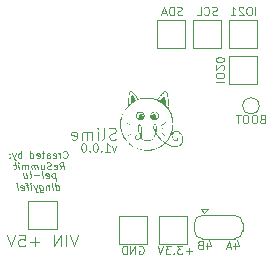
<source format=gbr>
%TF.GenerationSoftware,KiCad,Pcbnew,8.0.6-8.0.6-0~ubuntu24.04.1*%
%TF.CreationDate,2024-11-07T17:00:29-08:00*%
%TF.ProjectId,uSlime,75536c69-6d65-42e6-9b69-6361645f7063,rev?*%
%TF.SameCoordinates,Original*%
%TF.FileFunction,Legend,Bot*%
%TF.FilePolarity,Positive*%
%FSLAX46Y46*%
G04 Gerber Fmt 4.6, Leading zero omitted, Abs format (unit mm)*
G04 Created by KiCad (PCBNEW 8.0.6-8.0.6-0~ubuntu24.04.1) date 2024-11-07 17:00:29*
%MOMM*%
%LPD*%
G01*
G04 APERTURE LIST*
G04 Aperture macros list*
%AMFreePoly0*
4,1,19,0.550000,-0.750000,0.000000,-0.750000,0.000000,-0.744911,-0.071157,-0.744911,-0.207708,-0.704816,-0.327430,-0.627875,-0.420627,-0.520320,-0.479746,-0.390866,-0.500000,-0.250000,-0.500000,0.250000,-0.479746,0.390866,-0.420627,0.520320,-0.327430,0.627875,-0.207708,0.704816,-0.071157,0.744911,0.000000,0.744911,0.000000,0.750000,0.550000,0.750000,0.550000,-0.750000,0.550000,-0.750000,
$1*%
%AMFreePoly1*
4,1,19,0.000000,0.744911,0.071157,0.744911,0.207708,0.704816,0.327430,0.627875,0.420627,0.520320,0.479746,0.390866,0.500000,0.250000,0.500000,-0.250000,0.479746,-0.390866,0.420627,-0.520320,0.327430,-0.627875,0.207708,-0.704816,0.071157,-0.744911,0.000000,-0.744911,0.000000,-0.750000,-0.550000,-0.750000,-0.550000,0.750000,0.000000,0.750000,0.000000,0.744911,0.000000,0.744911,
$1*%
G04 Aperture macros list end*
%ADD10C,0.100000*%
%ADD11C,0.120000*%
%ADD12C,0.000000*%
%ADD13C,1.200000*%
%ADD14C,0.650000*%
%ADD15O,1.000000X2.100000*%
%ADD16O,1.000000X1.800000*%
%ADD17C,3.100000*%
%ADD18C,0.900000*%
%ADD19C,0.800000*%
%ADD20C,1.000000*%
%ADD21R,2.000000X2.000000*%
%ADD22FreePoly0,0.000000*%
%ADD23R,1.000000X1.500000*%
%ADD24FreePoly1,0.000000*%
G04 APERTURE END LIST*
D10*
X6653570Y-16623371D02*
X6578570Y-16023371D01*
X6649999Y-16594800D02*
X6710713Y-16623371D01*
X6710713Y-16623371D02*
X6824999Y-16623371D01*
X6824999Y-16623371D02*
X6878570Y-16594800D01*
X6878570Y-16594800D02*
X6903570Y-16566228D01*
X6903570Y-16566228D02*
X6924999Y-16509085D01*
X6924999Y-16509085D02*
X6903570Y-16337657D01*
X6903570Y-16337657D02*
X6867856Y-16280514D01*
X6867856Y-16280514D02*
X6835713Y-16251942D01*
X6835713Y-16251942D02*
X6774999Y-16223371D01*
X6774999Y-16223371D02*
X6660713Y-16223371D01*
X6660713Y-16223371D02*
X6607141Y-16251942D01*
X6367856Y-16623371D02*
X6317856Y-16223371D01*
X6292856Y-16023371D02*
X6324999Y-16051942D01*
X6324999Y-16051942D02*
X6299999Y-16080514D01*
X6299999Y-16080514D02*
X6267856Y-16051942D01*
X6267856Y-16051942D02*
X6292856Y-16023371D01*
X6292856Y-16023371D02*
X6299999Y-16080514D01*
X6032142Y-16223371D02*
X6082142Y-16623371D01*
X6039285Y-16280514D02*
X6007142Y-16251942D01*
X6007142Y-16251942D02*
X5946428Y-16223371D01*
X5946428Y-16223371D02*
X5860713Y-16223371D01*
X5860713Y-16223371D02*
X5807142Y-16251942D01*
X5807142Y-16251942D02*
X5785713Y-16309085D01*
X5785713Y-16309085D02*
X5824999Y-16623371D01*
X5232142Y-16223371D02*
X5292856Y-16709085D01*
X5292856Y-16709085D02*
X5328571Y-16766228D01*
X5328571Y-16766228D02*
X5360713Y-16794800D01*
X5360713Y-16794800D02*
X5421428Y-16823371D01*
X5421428Y-16823371D02*
X5507142Y-16823371D01*
X5507142Y-16823371D02*
X5560713Y-16794800D01*
X5278571Y-16594800D02*
X5339285Y-16623371D01*
X5339285Y-16623371D02*
X5453571Y-16623371D01*
X5453571Y-16623371D02*
X5507142Y-16594800D01*
X5507142Y-16594800D02*
X5532142Y-16566228D01*
X5532142Y-16566228D02*
X5553571Y-16509085D01*
X5553571Y-16509085D02*
X5532142Y-16337657D01*
X5532142Y-16337657D02*
X5496428Y-16280514D01*
X5496428Y-16280514D02*
X5464285Y-16251942D01*
X5464285Y-16251942D02*
X5403571Y-16223371D01*
X5403571Y-16223371D02*
X5289285Y-16223371D01*
X5289285Y-16223371D02*
X5235713Y-16251942D01*
X5003571Y-16223371D02*
X4910714Y-16623371D01*
X4717856Y-16223371D02*
X4910714Y-16623371D01*
X4910714Y-16623371D02*
X4985714Y-16766228D01*
X4985714Y-16766228D02*
X5017856Y-16794800D01*
X5017856Y-16794800D02*
X5078571Y-16823371D01*
X4539285Y-16623371D02*
X4489285Y-16223371D01*
X4464285Y-16023371D02*
X4496428Y-16051942D01*
X4496428Y-16051942D02*
X4471428Y-16080514D01*
X4471428Y-16080514D02*
X4439285Y-16051942D01*
X4439285Y-16051942D02*
X4464285Y-16023371D01*
X4464285Y-16023371D02*
X4471428Y-16080514D01*
X4289285Y-16223371D02*
X4060714Y-16223371D01*
X4253571Y-16623371D02*
X4189285Y-16109085D01*
X4189285Y-16109085D02*
X4153571Y-16051942D01*
X4153571Y-16051942D02*
X4092857Y-16023371D01*
X4092857Y-16023371D02*
X4035714Y-16023371D01*
X3678571Y-16594800D02*
X3739285Y-16623371D01*
X3739285Y-16623371D02*
X3853571Y-16623371D01*
X3853571Y-16623371D02*
X3907142Y-16594800D01*
X3907142Y-16594800D02*
X3928571Y-16537657D01*
X3928571Y-16537657D02*
X3900000Y-16309085D01*
X3900000Y-16309085D02*
X3864285Y-16251942D01*
X3864285Y-16251942D02*
X3803571Y-16223371D01*
X3803571Y-16223371D02*
X3689285Y-16223371D01*
X3689285Y-16223371D02*
X3635714Y-16251942D01*
X3635714Y-16251942D02*
X3614285Y-16309085D01*
X3614285Y-16309085D02*
X3621428Y-16366228D01*
X3621428Y-16366228D02*
X3914285Y-16423371D01*
X3396428Y-16623371D02*
X3346428Y-16223371D01*
X3321428Y-16023371D02*
X3353571Y-16051942D01*
X3353571Y-16051942D02*
X3328571Y-16080514D01*
X3328571Y-16080514D02*
X3296428Y-16051942D01*
X3296428Y-16051942D02*
X3321428Y-16023371D01*
X3321428Y-16023371D02*
X3328571Y-16080514D01*
X23533333Y-1809133D02*
X23533333Y-1109133D01*
X23066667Y-1109133D02*
X22933333Y-1109133D01*
X22933333Y-1109133D02*
X22866667Y-1142466D01*
X22866667Y-1142466D02*
X22800000Y-1209133D01*
X22800000Y-1209133D02*
X22766667Y-1342466D01*
X22766667Y-1342466D02*
X22766667Y-1575800D01*
X22766667Y-1575800D02*
X22800000Y-1709133D01*
X22800000Y-1709133D02*
X22866667Y-1775800D01*
X22866667Y-1775800D02*
X22933333Y-1809133D01*
X22933333Y-1809133D02*
X23066667Y-1809133D01*
X23066667Y-1809133D02*
X23133333Y-1775800D01*
X23133333Y-1775800D02*
X23200000Y-1709133D01*
X23200000Y-1709133D02*
X23233333Y-1575800D01*
X23233333Y-1575800D02*
X23233333Y-1342466D01*
X23233333Y-1342466D02*
X23200000Y-1209133D01*
X23200000Y-1209133D02*
X23133333Y-1142466D01*
X23133333Y-1142466D02*
X23066667Y-1109133D01*
X22500000Y-1175800D02*
X22466667Y-1142466D01*
X22466667Y-1142466D02*
X22400000Y-1109133D01*
X22400000Y-1109133D02*
X22233334Y-1109133D01*
X22233334Y-1109133D02*
X22166667Y-1142466D01*
X22166667Y-1142466D02*
X22133334Y-1175800D01*
X22133334Y-1175800D02*
X22100000Y-1242466D01*
X22100000Y-1242466D02*
X22100000Y-1309133D01*
X22100000Y-1309133D02*
X22133334Y-1409133D01*
X22133334Y-1409133D02*
X22533334Y-1809133D01*
X22533334Y-1809133D02*
X22100000Y-1809133D01*
X21433333Y-1809133D02*
X21833333Y-1809133D01*
X21633333Y-1809133D02*
X21633333Y-1109133D01*
X21633333Y-1109133D02*
X21700000Y-1209133D01*
X21700000Y-1209133D02*
X21766667Y-1275800D01*
X21766667Y-1275800D02*
X21833333Y-1309133D01*
X8499999Y-20392419D02*
X8166666Y-21392419D01*
X8166666Y-21392419D02*
X7833333Y-20392419D01*
X7499999Y-21392419D02*
X7499999Y-20392419D01*
X7023809Y-21392419D02*
X7023809Y-20392419D01*
X7023809Y-20392419D02*
X6452381Y-21392419D01*
X6452381Y-21392419D02*
X6452381Y-20392419D01*
X5214285Y-21011466D02*
X4452381Y-21011466D01*
X4833333Y-21392419D02*
X4833333Y-20630514D01*
X3500000Y-20392419D02*
X3976190Y-20392419D01*
X3976190Y-20392419D02*
X4023809Y-20868609D01*
X4023809Y-20868609D02*
X3976190Y-20820990D01*
X3976190Y-20820990D02*
X3880952Y-20773371D01*
X3880952Y-20773371D02*
X3642857Y-20773371D01*
X3642857Y-20773371D02*
X3547619Y-20820990D01*
X3547619Y-20820990D02*
X3500000Y-20868609D01*
X3500000Y-20868609D02*
X3452381Y-20963847D01*
X3452381Y-20963847D02*
X3452381Y-21201942D01*
X3452381Y-21201942D02*
X3500000Y-21297180D01*
X3500000Y-21297180D02*
X3547619Y-21344800D01*
X3547619Y-21344800D02*
X3642857Y-21392419D01*
X3642857Y-21392419D02*
X3880952Y-21392419D01*
X3880952Y-21392419D02*
X3976190Y-21344800D01*
X3976190Y-21344800D02*
X4023809Y-21297180D01*
X3166666Y-20392419D02*
X2833333Y-21392419D01*
X2833333Y-21392419D02*
X2500000Y-20392419D01*
X24099999Y-10611466D02*
X23999999Y-10644800D01*
X23999999Y-10644800D02*
X23966665Y-10678133D01*
X23966665Y-10678133D02*
X23933332Y-10744800D01*
X23933332Y-10744800D02*
X23933332Y-10844800D01*
X23933332Y-10844800D02*
X23966665Y-10911466D01*
X23966665Y-10911466D02*
X23999999Y-10944800D01*
X23999999Y-10944800D02*
X24066665Y-10978133D01*
X24066665Y-10978133D02*
X24333332Y-10978133D01*
X24333332Y-10978133D02*
X24333332Y-10278133D01*
X24333332Y-10278133D02*
X24099999Y-10278133D01*
X24099999Y-10278133D02*
X24033332Y-10311466D01*
X24033332Y-10311466D02*
X23999999Y-10344800D01*
X23999999Y-10344800D02*
X23966665Y-10411466D01*
X23966665Y-10411466D02*
X23966665Y-10478133D01*
X23966665Y-10478133D02*
X23999999Y-10544800D01*
X23999999Y-10544800D02*
X24033332Y-10578133D01*
X24033332Y-10578133D02*
X24099999Y-10611466D01*
X24099999Y-10611466D02*
X24333332Y-10611466D01*
X23499999Y-10278133D02*
X23366665Y-10278133D01*
X23366665Y-10278133D02*
X23299999Y-10311466D01*
X23299999Y-10311466D02*
X23233332Y-10378133D01*
X23233332Y-10378133D02*
X23199999Y-10511466D01*
X23199999Y-10511466D02*
X23199999Y-10744800D01*
X23199999Y-10744800D02*
X23233332Y-10878133D01*
X23233332Y-10878133D02*
X23299999Y-10944800D01*
X23299999Y-10944800D02*
X23366665Y-10978133D01*
X23366665Y-10978133D02*
X23499999Y-10978133D01*
X23499999Y-10978133D02*
X23566665Y-10944800D01*
X23566665Y-10944800D02*
X23633332Y-10878133D01*
X23633332Y-10878133D02*
X23666665Y-10744800D01*
X23666665Y-10744800D02*
X23666665Y-10511466D01*
X23666665Y-10511466D02*
X23633332Y-10378133D01*
X23633332Y-10378133D02*
X23566665Y-10311466D01*
X23566665Y-10311466D02*
X23499999Y-10278133D01*
X22766666Y-10278133D02*
X22633332Y-10278133D01*
X22633332Y-10278133D02*
X22566666Y-10311466D01*
X22566666Y-10311466D02*
X22499999Y-10378133D01*
X22499999Y-10378133D02*
X22466666Y-10511466D01*
X22466666Y-10511466D02*
X22466666Y-10744800D01*
X22466666Y-10744800D02*
X22499999Y-10878133D01*
X22499999Y-10878133D02*
X22566666Y-10944800D01*
X22566666Y-10944800D02*
X22633332Y-10978133D01*
X22633332Y-10978133D02*
X22766666Y-10978133D01*
X22766666Y-10978133D02*
X22833332Y-10944800D01*
X22833332Y-10944800D02*
X22899999Y-10878133D01*
X22899999Y-10878133D02*
X22933332Y-10744800D01*
X22933332Y-10744800D02*
X22933332Y-10511466D01*
X22933332Y-10511466D02*
X22899999Y-10378133D01*
X22899999Y-10378133D02*
X22833332Y-10311466D01*
X22833332Y-10311466D02*
X22766666Y-10278133D01*
X22266666Y-10278133D02*
X21866666Y-10278133D01*
X22066666Y-10978133D02*
X22066666Y-10278133D01*
X6996428Y-14873371D02*
X7160713Y-14587657D01*
X7339285Y-14873371D02*
X7264285Y-14273371D01*
X7264285Y-14273371D02*
X7035713Y-14273371D01*
X7035713Y-14273371D02*
X6982142Y-14301942D01*
X6982142Y-14301942D02*
X6957142Y-14330514D01*
X6957142Y-14330514D02*
X6935713Y-14387657D01*
X6935713Y-14387657D02*
X6946428Y-14473371D01*
X6946428Y-14473371D02*
X6982142Y-14530514D01*
X6982142Y-14530514D02*
X7014285Y-14559085D01*
X7014285Y-14559085D02*
X7074999Y-14587657D01*
X7074999Y-14587657D02*
X7303571Y-14587657D01*
X6507142Y-14844800D02*
X6567856Y-14873371D01*
X6567856Y-14873371D02*
X6682142Y-14873371D01*
X6682142Y-14873371D02*
X6735713Y-14844800D01*
X6735713Y-14844800D02*
X6757142Y-14787657D01*
X6757142Y-14787657D02*
X6728571Y-14559085D01*
X6728571Y-14559085D02*
X6692856Y-14501942D01*
X6692856Y-14501942D02*
X6632142Y-14473371D01*
X6632142Y-14473371D02*
X6517856Y-14473371D01*
X6517856Y-14473371D02*
X6464285Y-14501942D01*
X6464285Y-14501942D02*
X6442856Y-14559085D01*
X6442856Y-14559085D02*
X6449999Y-14616228D01*
X6449999Y-14616228D02*
X6742856Y-14673371D01*
X6249999Y-14844800D02*
X6167856Y-14873371D01*
X6167856Y-14873371D02*
X6024999Y-14873371D01*
X6024999Y-14873371D02*
X5964285Y-14844800D01*
X5964285Y-14844800D02*
X5932142Y-14816228D01*
X5932142Y-14816228D02*
X5896427Y-14759085D01*
X5896427Y-14759085D02*
X5889285Y-14701942D01*
X5889285Y-14701942D02*
X5910713Y-14644800D01*
X5910713Y-14644800D02*
X5935713Y-14616228D01*
X5935713Y-14616228D02*
X5989285Y-14587657D01*
X5989285Y-14587657D02*
X6099999Y-14559085D01*
X6099999Y-14559085D02*
X6153570Y-14530514D01*
X6153570Y-14530514D02*
X6178570Y-14501942D01*
X6178570Y-14501942D02*
X6199999Y-14444800D01*
X6199999Y-14444800D02*
X6192856Y-14387657D01*
X6192856Y-14387657D02*
X6157142Y-14330514D01*
X6157142Y-14330514D02*
X6124999Y-14301942D01*
X6124999Y-14301942D02*
X6064285Y-14273371D01*
X6064285Y-14273371D02*
X5921427Y-14273371D01*
X5921427Y-14273371D02*
X5839285Y-14301942D01*
X5346427Y-14473371D02*
X5396427Y-14873371D01*
X5603570Y-14473371D02*
X5642856Y-14787657D01*
X5642856Y-14787657D02*
X5621427Y-14844800D01*
X5621427Y-14844800D02*
X5567856Y-14873371D01*
X5567856Y-14873371D02*
X5482141Y-14873371D01*
X5482141Y-14873371D02*
X5421427Y-14844800D01*
X5421427Y-14844800D02*
X5389284Y-14816228D01*
X5110713Y-14873371D02*
X5060713Y-14473371D01*
X5067856Y-14530514D02*
X5035713Y-14501942D01*
X5035713Y-14501942D02*
X4974999Y-14473371D01*
X4974999Y-14473371D02*
X4889284Y-14473371D01*
X4889284Y-14473371D02*
X4835713Y-14501942D01*
X4835713Y-14501942D02*
X4814284Y-14559085D01*
X4814284Y-14559085D02*
X4853570Y-14873371D01*
X4814284Y-14559085D02*
X4778570Y-14501942D01*
X4778570Y-14501942D02*
X4717856Y-14473371D01*
X4717856Y-14473371D02*
X4632141Y-14473371D01*
X4632141Y-14473371D02*
X4578570Y-14501942D01*
X4578570Y-14501942D02*
X4557141Y-14559085D01*
X4557141Y-14559085D02*
X4596427Y-14873371D01*
X4310713Y-14873371D02*
X4260713Y-14473371D01*
X4267856Y-14530514D02*
X4235713Y-14501942D01*
X4235713Y-14501942D02*
X4174999Y-14473371D01*
X4174999Y-14473371D02*
X4089284Y-14473371D01*
X4089284Y-14473371D02*
X4035713Y-14501942D01*
X4035713Y-14501942D02*
X4014284Y-14559085D01*
X4014284Y-14559085D02*
X4053570Y-14873371D01*
X4014284Y-14559085D02*
X3978570Y-14501942D01*
X3978570Y-14501942D02*
X3917856Y-14473371D01*
X3917856Y-14473371D02*
X3832141Y-14473371D01*
X3832141Y-14473371D02*
X3778570Y-14501942D01*
X3778570Y-14501942D02*
X3757141Y-14559085D01*
X3757141Y-14559085D02*
X3796427Y-14873371D01*
X3510713Y-14873371D02*
X3460713Y-14473371D01*
X3435713Y-14273371D02*
X3467856Y-14301942D01*
X3467856Y-14301942D02*
X3442856Y-14330514D01*
X3442856Y-14330514D02*
X3410713Y-14301942D01*
X3410713Y-14301942D02*
X3435713Y-14273371D01*
X3435713Y-14273371D02*
X3442856Y-14330514D01*
X3260713Y-14473371D02*
X3032142Y-14473371D01*
X3149999Y-14273371D02*
X3214285Y-14787657D01*
X3214285Y-14787657D02*
X3192856Y-14844800D01*
X3192856Y-14844800D02*
X3139285Y-14873371D01*
X3139285Y-14873371D02*
X3082142Y-14873371D01*
X20283333Y-1775800D02*
X20183333Y-1809133D01*
X20183333Y-1809133D02*
X20016667Y-1809133D01*
X20016667Y-1809133D02*
X19950000Y-1775800D01*
X19950000Y-1775800D02*
X19916667Y-1742466D01*
X19916667Y-1742466D02*
X19883333Y-1675800D01*
X19883333Y-1675800D02*
X19883333Y-1609133D01*
X19883333Y-1609133D02*
X19916667Y-1542466D01*
X19916667Y-1542466D02*
X19950000Y-1509133D01*
X19950000Y-1509133D02*
X20016667Y-1475800D01*
X20016667Y-1475800D02*
X20150000Y-1442466D01*
X20150000Y-1442466D02*
X20216667Y-1409133D01*
X20216667Y-1409133D02*
X20250000Y-1375800D01*
X20250000Y-1375800D02*
X20283333Y-1309133D01*
X20283333Y-1309133D02*
X20283333Y-1242466D01*
X20283333Y-1242466D02*
X20250000Y-1175800D01*
X20250000Y-1175800D02*
X20216667Y-1142466D01*
X20216667Y-1142466D02*
X20150000Y-1109133D01*
X20150000Y-1109133D02*
X19983333Y-1109133D01*
X19983333Y-1109133D02*
X19883333Y-1142466D01*
X19183333Y-1742466D02*
X19216666Y-1775800D01*
X19216666Y-1775800D02*
X19316666Y-1809133D01*
X19316666Y-1809133D02*
X19383333Y-1809133D01*
X19383333Y-1809133D02*
X19483333Y-1775800D01*
X19483333Y-1775800D02*
X19550000Y-1709133D01*
X19550000Y-1709133D02*
X19583333Y-1642466D01*
X19583333Y-1642466D02*
X19616666Y-1509133D01*
X19616666Y-1509133D02*
X19616666Y-1409133D01*
X19616666Y-1409133D02*
X19583333Y-1275800D01*
X19583333Y-1275800D02*
X19550000Y-1209133D01*
X19550000Y-1209133D02*
X19483333Y-1142466D01*
X19483333Y-1142466D02*
X19383333Y-1109133D01*
X19383333Y-1109133D02*
X19316666Y-1109133D01*
X19316666Y-1109133D02*
X19216666Y-1142466D01*
X19216666Y-1142466D02*
X19183333Y-1175800D01*
X18550000Y-1809133D02*
X18883333Y-1809133D01*
X18883333Y-1809133D02*
X18883333Y-1109133D01*
X7249999Y-13864228D02*
X7278571Y-13892800D01*
X7278571Y-13892800D02*
X7364285Y-13921371D01*
X7364285Y-13921371D02*
X7421428Y-13921371D01*
X7421428Y-13921371D02*
X7507142Y-13892800D01*
X7507142Y-13892800D02*
X7564285Y-13835657D01*
X7564285Y-13835657D02*
X7592856Y-13778514D01*
X7592856Y-13778514D02*
X7621428Y-13664228D01*
X7621428Y-13664228D02*
X7621428Y-13578514D01*
X7621428Y-13578514D02*
X7592856Y-13464228D01*
X7592856Y-13464228D02*
X7564285Y-13407085D01*
X7564285Y-13407085D02*
X7507142Y-13349942D01*
X7507142Y-13349942D02*
X7421428Y-13321371D01*
X7421428Y-13321371D02*
X7364285Y-13321371D01*
X7364285Y-13321371D02*
X7278571Y-13349942D01*
X7278571Y-13349942D02*
X7249999Y-13378514D01*
X6992856Y-13921371D02*
X6992856Y-13521371D01*
X6992856Y-13635657D02*
X6964285Y-13578514D01*
X6964285Y-13578514D02*
X6935714Y-13549942D01*
X6935714Y-13549942D02*
X6878571Y-13521371D01*
X6878571Y-13521371D02*
X6821428Y-13521371D01*
X6392856Y-13892800D02*
X6449999Y-13921371D01*
X6449999Y-13921371D02*
X6564285Y-13921371D01*
X6564285Y-13921371D02*
X6621427Y-13892800D01*
X6621427Y-13892800D02*
X6649999Y-13835657D01*
X6649999Y-13835657D02*
X6649999Y-13607085D01*
X6649999Y-13607085D02*
X6621427Y-13549942D01*
X6621427Y-13549942D02*
X6564285Y-13521371D01*
X6564285Y-13521371D02*
X6449999Y-13521371D01*
X6449999Y-13521371D02*
X6392856Y-13549942D01*
X6392856Y-13549942D02*
X6364285Y-13607085D01*
X6364285Y-13607085D02*
X6364285Y-13664228D01*
X6364285Y-13664228D02*
X6649999Y-13721371D01*
X5849999Y-13921371D02*
X5849999Y-13607085D01*
X5849999Y-13607085D02*
X5878570Y-13549942D01*
X5878570Y-13549942D02*
X5935713Y-13521371D01*
X5935713Y-13521371D02*
X6049999Y-13521371D01*
X6049999Y-13521371D02*
X6107141Y-13549942D01*
X5849999Y-13892800D02*
X5907141Y-13921371D01*
X5907141Y-13921371D02*
X6049999Y-13921371D01*
X6049999Y-13921371D02*
X6107141Y-13892800D01*
X6107141Y-13892800D02*
X6135713Y-13835657D01*
X6135713Y-13835657D02*
X6135713Y-13778514D01*
X6135713Y-13778514D02*
X6107141Y-13721371D01*
X6107141Y-13721371D02*
X6049999Y-13692800D01*
X6049999Y-13692800D02*
X5907141Y-13692800D01*
X5907141Y-13692800D02*
X5849999Y-13664228D01*
X5649999Y-13521371D02*
X5421427Y-13521371D01*
X5564284Y-13321371D02*
X5564284Y-13835657D01*
X5564284Y-13835657D02*
X5535713Y-13892800D01*
X5535713Y-13892800D02*
X5478570Y-13921371D01*
X5478570Y-13921371D02*
X5421427Y-13921371D01*
X4992856Y-13892800D02*
X5049999Y-13921371D01*
X5049999Y-13921371D02*
X5164285Y-13921371D01*
X5164285Y-13921371D02*
X5221427Y-13892800D01*
X5221427Y-13892800D02*
X5249999Y-13835657D01*
X5249999Y-13835657D02*
X5249999Y-13607085D01*
X5249999Y-13607085D02*
X5221427Y-13549942D01*
X5221427Y-13549942D02*
X5164285Y-13521371D01*
X5164285Y-13521371D02*
X5049999Y-13521371D01*
X5049999Y-13521371D02*
X4992856Y-13549942D01*
X4992856Y-13549942D02*
X4964285Y-13607085D01*
X4964285Y-13607085D02*
X4964285Y-13664228D01*
X4964285Y-13664228D02*
X5249999Y-13721371D01*
X4449999Y-13921371D02*
X4449999Y-13321371D01*
X4449999Y-13892800D02*
X4507141Y-13921371D01*
X4507141Y-13921371D02*
X4621427Y-13921371D01*
X4621427Y-13921371D02*
X4678570Y-13892800D01*
X4678570Y-13892800D02*
X4707141Y-13864228D01*
X4707141Y-13864228D02*
X4735713Y-13807085D01*
X4735713Y-13807085D02*
X4735713Y-13635657D01*
X4735713Y-13635657D02*
X4707141Y-13578514D01*
X4707141Y-13578514D02*
X4678570Y-13549942D01*
X4678570Y-13549942D02*
X4621427Y-13521371D01*
X4621427Y-13521371D02*
X4507141Y-13521371D01*
X4507141Y-13521371D02*
X4449999Y-13549942D01*
X3707141Y-13921371D02*
X3707141Y-13321371D01*
X3707141Y-13549942D02*
X3649999Y-13521371D01*
X3649999Y-13521371D02*
X3535713Y-13521371D01*
X3535713Y-13521371D02*
X3478570Y-13549942D01*
X3478570Y-13549942D02*
X3449999Y-13578514D01*
X3449999Y-13578514D02*
X3421427Y-13635657D01*
X3421427Y-13635657D02*
X3421427Y-13807085D01*
X3421427Y-13807085D02*
X3449999Y-13864228D01*
X3449999Y-13864228D02*
X3478570Y-13892800D01*
X3478570Y-13892800D02*
X3535713Y-13921371D01*
X3535713Y-13921371D02*
X3649999Y-13921371D01*
X3649999Y-13921371D02*
X3707141Y-13892800D01*
X3221427Y-13521371D02*
X3078570Y-13921371D01*
X2935713Y-13521371D02*
X3078570Y-13921371D01*
X3078570Y-13921371D02*
X3135713Y-14064228D01*
X3135713Y-14064228D02*
X3164284Y-14092800D01*
X3164284Y-14092800D02*
X3221427Y-14121371D01*
X2707141Y-13864228D02*
X2678570Y-13892800D01*
X2678570Y-13892800D02*
X2707141Y-13921371D01*
X2707141Y-13921371D02*
X2735713Y-13892800D01*
X2735713Y-13892800D02*
X2707141Y-13864228D01*
X2707141Y-13864228D02*
X2707141Y-13921371D01*
X2707141Y-13549942D02*
X2678570Y-13578514D01*
X2678570Y-13578514D02*
X2707141Y-13607085D01*
X2707141Y-13607085D02*
X2735713Y-13578514D01*
X2735713Y-13578514D02*
X2707141Y-13549942D01*
X2707141Y-13549942D02*
X2707141Y-13607085D01*
X18150000Y-21792466D02*
X17616667Y-21792466D01*
X17883333Y-22059133D02*
X17883333Y-21525800D01*
X17350000Y-21359133D02*
X16916666Y-21359133D01*
X16916666Y-21359133D02*
X17150000Y-21625800D01*
X17150000Y-21625800D02*
X17050000Y-21625800D01*
X17050000Y-21625800D02*
X16983333Y-21659133D01*
X16983333Y-21659133D02*
X16950000Y-21692466D01*
X16950000Y-21692466D02*
X16916666Y-21759133D01*
X16916666Y-21759133D02*
X16916666Y-21925800D01*
X16916666Y-21925800D02*
X16950000Y-21992466D01*
X16950000Y-21992466D02*
X16983333Y-22025800D01*
X16983333Y-22025800D02*
X17050000Y-22059133D01*
X17050000Y-22059133D02*
X17250000Y-22059133D01*
X17250000Y-22059133D02*
X17316666Y-22025800D01*
X17316666Y-22025800D02*
X17350000Y-21992466D01*
X16616666Y-21992466D02*
X16583333Y-22025800D01*
X16583333Y-22025800D02*
X16616666Y-22059133D01*
X16616666Y-22059133D02*
X16649999Y-22025800D01*
X16649999Y-22025800D02*
X16616666Y-21992466D01*
X16616666Y-21992466D02*
X16616666Y-22059133D01*
X16350000Y-21359133D02*
X15916666Y-21359133D01*
X15916666Y-21359133D02*
X16150000Y-21625800D01*
X16150000Y-21625800D02*
X16050000Y-21625800D01*
X16050000Y-21625800D02*
X15983333Y-21659133D01*
X15983333Y-21659133D02*
X15950000Y-21692466D01*
X15950000Y-21692466D02*
X15916666Y-21759133D01*
X15916666Y-21759133D02*
X15916666Y-21925800D01*
X15916666Y-21925800D02*
X15950000Y-21992466D01*
X15950000Y-21992466D02*
X15983333Y-22025800D01*
X15983333Y-22025800D02*
X16050000Y-22059133D01*
X16050000Y-22059133D02*
X16250000Y-22059133D01*
X16250000Y-22059133D02*
X16316666Y-22025800D01*
X16316666Y-22025800D02*
X16350000Y-21992466D01*
X15716666Y-21359133D02*
X15483333Y-22059133D01*
X15483333Y-22059133D02*
X15249999Y-21359133D01*
X13683332Y-21392466D02*
X13749999Y-21359133D01*
X13749999Y-21359133D02*
X13849999Y-21359133D01*
X13849999Y-21359133D02*
X13949999Y-21392466D01*
X13949999Y-21392466D02*
X14016666Y-21459133D01*
X14016666Y-21459133D02*
X14049999Y-21525800D01*
X14049999Y-21525800D02*
X14083332Y-21659133D01*
X14083332Y-21659133D02*
X14083332Y-21759133D01*
X14083332Y-21759133D02*
X14049999Y-21892466D01*
X14049999Y-21892466D02*
X14016666Y-21959133D01*
X14016666Y-21959133D02*
X13949999Y-22025800D01*
X13949999Y-22025800D02*
X13849999Y-22059133D01*
X13849999Y-22059133D02*
X13783332Y-22059133D01*
X13783332Y-22059133D02*
X13683332Y-22025800D01*
X13683332Y-22025800D02*
X13649999Y-21992466D01*
X13649999Y-21992466D02*
X13649999Y-21759133D01*
X13649999Y-21759133D02*
X13783332Y-21759133D01*
X13349999Y-22059133D02*
X13349999Y-21359133D01*
X13349999Y-21359133D02*
X12949999Y-22059133D01*
X12949999Y-22059133D02*
X12949999Y-21359133D01*
X12616666Y-22059133D02*
X12616666Y-21359133D01*
X12616666Y-21359133D02*
X12449999Y-21359133D01*
X12449999Y-21359133D02*
X12349999Y-21392466D01*
X12349999Y-21392466D02*
X12283333Y-21459133D01*
X12283333Y-21459133D02*
X12249999Y-21525800D01*
X12249999Y-21525800D02*
X12216666Y-21659133D01*
X12216666Y-21659133D02*
X12216666Y-21759133D01*
X12216666Y-21759133D02*
X12249999Y-21892466D01*
X12249999Y-21892466D02*
X12283333Y-21959133D01*
X12283333Y-21959133D02*
X12349999Y-22025800D01*
X12349999Y-22025800D02*
X12449999Y-22059133D01*
X12449999Y-22059133D02*
X12616666Y-22059133D01*
X21766666Y-21151966D02*
X21766666Y-21618633D01*
X21933333Y-20885300D02*
X22099999Y-21385300D01*
X22099999Y-21385300D02*
X21666666Y-21385300D01*
X21433332Y-21418633D02*
X21099999Y-21418633D01*
X21499999Y-21618633D02*
X21266666Y-20918633D01*
X21266666Y-20918633D02*
X21033332Y-21618633D01*
X11750000Y-12901966D02*
X11583333Y-13368633D01*
X11583333Y-13368633D02*
X11416666Y-12901966D01*
X10783333Y-13368633D02*
X11183333Y-13368633D01*
X10983333Y-13368633D02*
X10983333Y-12668633D01*
X10983333Y-12668633D02*
X11050000Y-12768633D01*
X11050000Y-12768633D02*
X11116667Y-12835300D01*
X11116667Y-12835300D02*
X11183333Y-12868633D01*
X10483333Y-13301966D02*
X10450000Y-13335300D01*
X10450000Y-13335300D02*
X10483333Y-13368633D01*
X10483333Y-13368633D02*
X10516666Y-13335300D01*
X10516666Y-13335300D02*
X10483333Y-13301966D01*
X10483333Y-13301966D02*
X10483333Y-13368633D01*
X10016667Y-12668633D02*
X9950000Y-12668633D01*
X9950000Y-12668633D02*
X9883333Y-12701966D01*
X9883333Y-12701966D02*
X9850000Y-12735300D01*
X9850000Y-12735300D02*
X9816667Y-12801966D01*
X9816667Y-12801966D02*
X9783333Y-12935300D01*
X9783333Y-12935300D02*
X9783333Y-13101966D01*
X9783333Y-13101966D02*
X9816667Y-13235300D01*
X9816667Y-13235300D02*
X9850000Y-13301966D01*
X9850000Y-13301966D02*
X9883333Y-13335300D01*
X9883333Y-13335300D02*
X9950000Y-13368633D01*
X9950000Y-13368633D02*
X10016667Y-13368633D01*
X10016667Y-13368633D02*
X10083333Y-13335300D01*
X10083333Y-13335300D02*
X10116667Y-13301966D01*
X10116667Y-13301966D02*
X10150000Y-13235300D01*
X10150000Y-13235300D02*
X10183333Y-13101966D01*
X10183333Y-13101966D02*
X10183333Y-12935300D01*
X10183333Y-12935300D02*
X10150000Y-12801966D01*
X10150000Y-12801966D02*
X10116667Y-12735300D01*
X10116667Y-12735300D02*
X10083333Y-12701966D01*
X10083333Y-12701966D02*
X10016667Y-12668633D01*
X9483333Y-13301966D02*
X9450000Y-13335300D01*
X9450000Y-13335300D02*
X9483333Y-13368633D01*
X9483333Y-13368633D02*
X9516666Y-13335300D01*
X9516666Y-13335300D02*
X9483333Y-13301966D01*
X9483333Y-13301966D02*
X9483333Y-13368633D01*
X9016667Y-12668633D02*
X8950000Y-12668633D01*
X8950000Y-12668633D02*
X8883333Y-12701966D01*
X8883333Y-12701966D02*
X8850000Y-12735300D01*
X8850000Y-12735300D02*
X8816667Y-12801966D01*
X8816667Y-12801966D02*
X8783333Y-12935300D01*
X8783333Y-12935300D02*
X8783333Y-13101966D01*
X8783333Y-13101966D02*
X8816667Y-13235300D01*
X8816667Y-13235300D02*
X8850000Y-13301966D01*
X8850000Y-13301966D02*
X8883333Y-13335300D01*
X8883333Y-13335300D02*
X8950000Y-13368633D01*
X8950000Y-13368633D02*
X9016667Y-13368633D01*
X9016667Y-13368633D02*
X9083333Y-13335300D01*
X9083333Y-13335300D02*
X9116667Y-13301966D01*
X9116667Y-13301966D02*
X9150000Y-13235300D01*
X9150000Y-13235300D02*
X9183333Y-13101966D01*
X9183333Y-13101966D02*
X9183333Y-12935300D01*
X9183333Y-12935300D02*
X9150000Y-12801966D01*
X9150000Y-12801966D02*
X9116667Y-12735300D01*
X9116667Y-12735300D02*
X9083333Y-12701966D01*
X9083333Y-12701966D02*
X9016667Y-12668633D01*
X17299999Y-1775800D02*
X17199999Y-1809133D01*
X17199999Y-1809133D02*
X17033333Y-1809133D01*
X17033333Y-1809133D02*
X16966666Y-1775800D01*
X16966666Y-1775800D02*
X16933333Y-1742466D01*
X16933333Y-1742466D02*
X16899999Y-1675800D01*
X16899999Y-1675800D02*
X16899999Y-1609133D01*
X16899999Y-1609133D02*
X16933333Y-1542466D01*
X16933333Y-1542466D02*
X16966666Y-1509133D01*
X16966666Y-1509133D02*
X17033333Y-1475800D01*
X17033333Y-1475800D02*
X17166666Y-1442466D01*
X17166666Y-1442466D02*
X17233333Y-1409133D01*
X17233333Y-1409133D02*
X17266666Y-1375800D01*
X17266666Y-1375800D02*
X17299999Y-1309133D01*
X17299999Y-1309133D02*
X17299999Y-1242466D01*
X17299999Y-1242466D02*
X17266666Y-1175800D01*
X17266666Y-1175800D02*
X17233333Y-1142466D01*
X17233333Y-1142466D02*
X17166666Y-1109133D01*
X17166666Y-1109133D02*
X16999999Y-1109133D01*
X16999999Y-1109133D02*
X16899999Y-1142466D01*
X16599999Y-1809133D02*
X16599999Y-1109133D01*
X16599999Y-1109133D02*
X16433332Y-1109133D01*
X16433332Y-1109133D02*
X16333332Y-1142466D01*
X16333332Y-1142466D02*
X16266666Y-1209133D01*
X16266666Y-1209133D02*
X16233332Y-1275800D01*
X16233332Y-1275800D02*
X16199999Y-1409133D01*
X16199999Y-1409133D02*
X16199999Y-1509133D01*
X16199999Y-1509133D02*
X16233332Y-1642466D01*
X16233332Y-1642466D02*
X16266666Y-1709133D01*
X16266666Y-1709133D02*
X16333332Y-1775800D01*
X16333332Y-1775800D02*
X16433332Y-1809133D01*
X16433332Y-1809133D02*
X16599999Y-1809133D01*
X15933332Y-1609133D02*
X15599999Y-1609133D01*
X15999999Y-1809133D02*
X15766666Y-1109133D01*
X15766666Y-1109133D02*
X15533332Y-1809133D01*
X19416666Y-21151966D02*
X19416666Y-21618633D01*
X19583333Y-20885300D02*
X19749999Y-21385300D01*
X19749999Y-21385300D02*
X19316666Y-21385300D01*
X18816666Y-21251966D02*
X18716666Y-21285300D01*
X18716666Y-21285300D02*
X18683332Y-21318633D01*
X18683332Y-21318633D02*
X18649999Y-21385300D01*
X18649999Y-21385300D02*
X18649999Y-21485300D01*
X18649999Y-21485300D02*
X18683332Y-21551966D01*
X18683332Y-21551966D02*
X18716666Y-21585300D01*
X18716666Y-21585300D02*
X18783332Y-21618633D01*
X18783332Y-21618633D02*
X19049999Y-21618633D01*
X19049999Y-21618633D02*
X19049999Y-20918633D01*
X19049999Y-20918633D02*
X18816666Y-20918633D01*
X18816666Y-20918633D02*
X18749999Y-20951966D01*
X18749999Y-20951966D02*
X18716666Y-20985300D01*
X18716666Y-20985300D02*
X18683332Y-21051966D01*
X18683332Y-21051966D02*
X18683332Y-21118633D01*
X18683332Y-21118633D02*
X18716666Y-21185300D01*
X18716666Y-21185300D02*
X18749999Y-21218633D01*
X18749999Y-21218633D02*
X18816666Y-21251966D01*
X18816666Y-21251966D02*
X19049999Y-21251966D01*
X6532142Y-15223371D02*
X6607142Y-15823371D01*
X6535713Y-15251942D02*
X6474999Y-15223371D01*
X6474999Y-15223371D02*
X6360713Y-15223371D01*
X6360713Y-15223371D02*
X6307142Y-15251942D01*
X6307142Y-15251942D02*
X6282142Y-15280514D01*
X6282142Y-15280514D02*
X6260713Y-15337657D01*
X6260713Y-15337657D02*
X6282142Y-15509085D01*
X6282142Y-15509085D02*
X6317856Y-15566228D01*
X6317856Y-15566228D02*
X6349999Y-15594800D01*
X6349999Y-15594800D02*
X6410713Y-15623371D01*
X6410713Y-15623371D02*
X6524999Y-15623371D01*
X6524999Y-15623371D02*
X6578570Y-15594800D01*
X5807142Y-15594800D02*
X5867856Y-15623371D01*
X5867856Y-15623371D02*
X5982142Y-15623371D01*
X5982142Y-15623371D02*
X6035713Y-15594800D01*
X6035713Y-15594800D02*
X6057142Y-15537657D01*
X6057142Y-15537657D02*
X6028571Y-15309085D01*
X6028571Y-15309085D02*
X5992856Y-15251942D01*
X5992856Y-15251942D02*
X5932142Y-15223371D01*
X5932142Y-15223371D02*
X5817856Y-15223371D01*
X5817856Y-15223371D02*
X5764285Y-15251942D01*
X5764285Y-15251942D02*
X5742856Y-15309085D01*
X5742856Y-15309085D02*
X5749999Y-15366228D01*
X5749999Y-15366228D02*
X6042856Y-15423371D01*
X5524999Y-15623371D02*
X5474999Y-15223371D01*
X5449999Y-15023371D02*
X5482142Y-15051942D01*
X5482142Y-15051942D02*
X5457142Y-15080514D01*
X5457142Y-15080514D02*
X5424999Y-15051942D01*
X5424999Y-15051942D02*
X5449999Y-15023371D01*
X5449999Y-15023371D02*
X5457142Y-15080514D01*
X5210713Y-15394800D02*
X4753571Y-15394800D01*
X4410714Y-15623371D02*
X4464285Y-15594800D01*
X4464285Y-15594800D02*
X4485714Y-15537657D01*
X4485714Y-15537657D02*
X4421428Y-15023371D01*
X3874999Y-15223371D02*
X3924999Y-15623371D01*
X4132142Y-15223371D02*
X4171428Y-15537657D01*
X4171428Y-15537657D02*
X4149999Y-15594800D01*
X4149999Y-15594800D02*
X4096428Y-15623371D01*
X4096428Y-15623371D02*
X4010713Y-15623371D01*
X4010713Y-15623371D02*
X3949999Y-15594800D01*
X3949999Y-15594800D02*
X3917856Y-15566228D01*
X20171866Y-7483333D02*
X20871866Y-7483333D01*
X20871866Y-7016667D02*
X20871866Y-6883333D01*
X20871866Y-6883333D02*
X20838533Y-6816667D01*
X20838533Y-6816667D02*
X20771866Y-6750000D01*
X20771866Y-6750000D02*
X20638533Y-6716667D01*
X20638533Y-6716667D02*
X20405200Y-6716667D01*
X20405200Y-6716667D02*
X20271866Y-6750000D01*
X20271866Y-6750000D02*
X20205200Y-6816667D01*
X20205200Y-6816667D02*
X20171866Y-6883333D01*
X20171866Y-6883333D02*
X20171866Y-7016667D01*
X20171866Y-7016667D02*
X20205200Y-7083333D01*
X20205200Y-7083333D02*
X20271866Y-7150000D01*
X20271866Y-7150000D02*
X20405200Y-7183333D01*
X20405200Y-7183333D02*
X20638533Y-7183333D01*
X20638533Y-7183333D02*
X20771866Y-7150000D01*
X20771866Y-7150000D02*
X20838533Y-7083333D01*
X20838533Y-7083333D02*
X20871866Y-7016667D01*
X20805200Y-6450000D02*
X20838533Y-6416667D01*
X20838533Y-6416667D02*
X20871866Y-6350000D01*
X20871866Y-6350000D02*
X20871866Y-6183334D01*
X20871866Y-6183334D02*
X20838533Y-6116667D01*
X20838533Y-6116667D02*
X20805200Y-6083334D01*
X20805200Y-6083334D02*
X20738533Y-6050000D01*
X20738533Y-6050000D02*
X20671866Y-6050000D01*
X20671866Y-6050000D02*
X20571866Y-6083334D01*
X20571866Y-6083334D02*
X20171866Y-6483334D01*
X20171866Y-6483334D02*
X20171866Y-6050000D01*
X20871866Y-5616667D02*
X20871866Y-5550000D01*
X20871866Y-5550000D02*
X20838533Y-5483333D01*
X20838533Y-5483333D02*
X20805200Y-5450000D01*
X20805200Y-5450000D02*
X20738533Y-5416667D01*
X20738533Y-5416667D02*
X20605200Y-5383333D01*
X20605200Y-5383333D02*
X20438533Y-5383333D01*
X20438533Y-5383333D02*
X20305200Y-5416667D01*
X20305200Y-5416667D02*
X20238533Y-5450000D01*
X20238533Y-5450000D02*
X20205200Y-5483333D01*
X20205200Y-5483333D02*
X20171866Y-5550000D01*
X20171866Y-5550000D02*
X20171866Y-5616667D01*
X20171866Y-5616667D02*
X20205200Y-5683333D01*
X20205200Y-5683333D02*
X20238533Y-5716667D01*
X20238533Y-5716667D02*
X20305200Y-5750000D01*
X20305200Y-5750000D02*
X20438533Y-5783333D01*
X20438533Y-5783333D02*
X20605200Y-5783333D01*
X20605200Y-5783333D02*
X20738533Y-5750000D01*
X20738533Y-5750000D02*
X20805200Y-5716667D01*
X20805200Y-5716667D02*
X20838533Y-5683333D01*
X20838533Y-5683333D02*
X20871866Y-5616667D01*
X11708349Y-12310324D02*
X11565492Y-12357943D01*
X11565492Y-12357943D02*
X11327397Y-12357943D01*
X11327397Y-12357943D02*
X11232159Y-12310324D01*
X11232159Y-12310324D02*
X11184540Y-12262704D01*
X11184540Y-12262704D02*
X11136921Y-12167466D01*
X11136921Y-12167466D02*
X11136921Y-12072228D01*
X11136921Y-12072228D02*
X11184540Y-11976990D01*
X11184540Y-11976990D02*
X11232159Y-11929371D01*
X11232159Y-11929371D02*
X11327397Y-11881752D01*
X11327397Y-11881752D02*
X11517873Y-11834133D01*
X11517873Y-11834133D02*
X11613111Y-11786514D01*
X11613111Y-11786514D02*
X11660730Y-11738895D01*
X11660730Y-11738895D02*
X11708349Y-11643657D01*
X11708349Y-11643657D02*
X11708349Y-11548419D01*
X11708349Y-11548419D02*
X11660730Y-11453181D01*
X11660730Y-11453181D02*
X11613111Y-11405562D01*
X11613111Y-11405562D02*
X11517873Y-11357943D01*
X11517873Y-11357943D02*
X11279778Y-11357943D01*
X11279778Y-11357943D02*
X11136921Y-11405562D01*
X10565492Y-12357943D02*
X10660730Y-12310324D01*
X10660730Y-12310324D02*
X10708349Y-12215085D01*
X10708349Y-12215085D02*
X10708349Y-11357943D01*
X10184539Y-12357943D02*
X10184539Y-11691276D01*
X10184539Y-11357943D02*
X10232158Y-11405562D01*
X10232158Y-11405562D02*
X10184539Y-11453181D01*
X10184539Y-11453181D02*
X10136920Y-11405562D01*
X10136920Y-11405562D02*
X10184539Y-11357943D01*
X10184539Y-11357943D02*
X10184539Y-11453181D01*
X9708349Y-12357943D02*
X9708349Y-11691276D01*
X9708349Y-11786514D02*
X9660730Y-11738895D01*
X9660730Y-11738895D02*
X9565492Y-11691276D01*
X9565492Y-11691276D02*
X9422635Y-11691276D01*
X9422635Y-11691276D02*
X9327397Y-11738895D01*
X9327397Y-11738895D02*
X9279778Y-11834133D01*
X9279778Y-11834133D02*
X9279778Y-12357943D01*
X9279778Y-11834133D02*
X9232159Y-11738895D01*
X9232159Y-11738895D02*
X9136921Y-11691276D01*
X9136921Y-11691276D02*
X8994064Y-11691276D01*
X8994064Y-11691276D02*
X8898825Y-11738895D01*
X8898825Y-11738895D02*
X8851206Y-11834133D01*
X8851206Y-11834133D02*
X8851206Y-12357943D01*
X7994064Y-12310324D02*
X8089302Y-12357943D01*
X8089302Y-12357943D02*
X8279778Y-12357943D01*
X8279778Y-12357943D02*
X8375016Y-12310324D01*
X8375016Y-12310324D02*
X8422635Y-12215085D01*
X8422635Y-12215085D02*
X8422635Y-11834133D01*
X8422635Y-11834133D02*
X8375016Y-11738895D01*
X8375016Y-11738895D02*
X8279778Y-11691276D01*
X8279778Y-11691276D02*
X8089302Y-11691276D01*
X8089302Y-11691276D02*
X7994064Y-11738895D01*
X7994064Y-11738895D02*
X7946445Y-11834133D01*
X7946445Y-11834133D02*
X7946445Y-11929371D01*
X7946445Y-11929371D02*
X8422635Y-12024609D01*
D11*
%TO.C,TP7*%
X11950000Y-18800000D02*
X14350000Y-18800000D01*
X11950000Y-21200000D02*
X11950000Y-18800000D01*
X14350000Y-18800000D02*
X14350000Y-21200000D01*
X14350000Y-21200000D02*
X11950000Y-21200000D01*
%TO.C,TP2*%
X15350000Y-18800000D02*
X17750000Y-18800000D01*
X15350000Y-21200000D02*
X15350000Y-18800000D01*
X17750000Y-18800000D02*
X17750000Y-21200000D01*
X17750000Y-21200000D02*
X15350000Y-21200000D01*
%TO.C,TP3*%
X21300000Y-5250000D02*
X23700000Y-5250000D01*
X21300000Y-7650000D02*
X21300000Y-5250000D01*
X23700000Y-5250000D02*
X23700000Y-7650000D01*
X23700000Y-7650000D02*
X21300000Y-7650000D01*
%TO.C,TP4*%
X18250000Y-2200000D02*
X20650000Y-2200000D01*
X18250000Y-4600000D02*
X18250000Y-2200000D01*
X20650000Y-2200000D02*
X20650000Y-4600000D01*
X20650000Y-4600000D02*
X18250000Y-4600000D01*
%TO.C,TP8*%
X4300000Y-17550000D02*
X6700000Y-17550000D01*
X4300000Y-19950000D02*
X4300000Y-17550000D01*
X6700000Y-17550000D02*
X6700000Y-19950000D01*
X6700000Y-19950000D02*
X4300000Y-19950000D01*
%TO.C,TP5*%
X21300000Y-2200000D02*
X23700000Y-2200000D01*
X21300000Y-4600000D02*
X21300000Y-2200000D01*
X23700000Y-2200000D02*
X23700000Y-4600000D01*
X23700000Y-4600000D02*
X21300000Y-4600000D01*
%TO.C,TP1*%
X23850000Y-9500000D02*
G75*
G02*
X22450000Y-9500000I-700000J0D01*
G01*
X22450000Y-9500000D02*
G75*
G02*
X23850000Y-9500000I700000J0D01*
G01*
D12*
%TO.C,G\u002A\u002A\u002A*%
G36*
X13036685Y-11863120D02*
G01*
X13031965Y-11880366D01*
X13008526Y-11903801D01*
X12964408Y-11935353D01*
X12897652Y-11976948D01*
X12842475Y-12009104D01*
X12794799Y-12035059D01*
X12760205Y-12051875D01*
X12743775Y-12056910D01*
X12737119Y-12051983D01*
X12730097Y-12030041D01*
X12730942Y-12027176D01*
X12747592Y-12009678D01*
X12781274Y-11984063D01*
X12826359Y-11953741D01*
X12877220Y-11922120D01*
X12928227Y-11892611D01*
X12973753Y-11868624D01*
X13008169Y-11853569D01*
X13025848Y-11850856D01*
X13036685Y-11863120D01*
G37*
G36*
X12728122Y-10948728D02*
G01*
X12775516Y-10966135D01*
X12843641Y-10997014D01*
X12863422Y-11006784D01*
X12927483Y-11043860D01*
X12978414Y-11081870D01*
X13012037Y-11117347D01*
X13024173Y-11146823D01*
X13022907Y-11158450D01*
X13009847Y-11171448D01*
X12984643Y-11162673D01*
X12949782Y-11132602D01*
X12941450Y-11124920D01*
X12904246Y-11098507D01*
X12853190Y-11068790D01*
X12796765Y-11040855D01*
X12758563Y-11023066D01*
X12713848Y-10999040D01*
X12689554Y-10979888D01*
X12682224Y-10963269D01*
X12684554Y-10952034D01*
X12698716Y-10944219D01*
X12728122Y-10948728D01*
G37*
G36*
X15594973Y-11757639D02*
G01*
X15635705Y-11775777D01*
X15679601Y-11802076D01*
X15718734Y-11832546D01*
X15751212Y-11864695D01*
X15787540Y-11904697D01*
X15822220Y-11946110D01*
X15850975Y-11983603D01*
X15869526Y-12011847D01*
X15873597Y-12025510D01*
X15855968Y-12034297D01*
X15825395Y-12024644D01*
X15789310Y-11990310D01*
X15788363Y-11989163D01*
X15720274Y-11913920D01*
X15654189Y-11854496D01*
X15595021Y-11815314D01*
X15586452Y-11810814D01*
X15551045Y-11786702D01*
X15542218Y-11767243D01*
X15560112Y-11752692D01*
X15565330Y-11751653D01*
X15594973Y-11757639D01*
G37*
G36*
X12994965Y-11448843D02*
G01*
X13028898Y-11451467D01*
X13046498Y-11456471D01*
X13051529Y-11464161D01*
X13050943Y-11471174D01*
X13042022Y-11492303D01*
X13041549Y-11492655D01*
X13022717Y-11495884D01*
X12982612Y-11497968D01*
X12926785Y-11498732D01*
X12860789Y-11498002D01*
X12790660Y-11495979D01*
X12740142Y-11493057D01*
X12709067Y-11488748D01*
X12693390Y-11482479D01*
X12689063Y-11473677D01*
X12689112Y-11472539D01*
X12694399Y-11464256D01*
X12711201Y-11458326D01*
X12743478Y-11454218D01*
X12795189Y-11451402D01*
X12870296Y-11449344D01*
X12940939Y-11448289D01*
X12994965Y-11448843D01*
G37*
G36*
X15649792Y-11413533D02*
G01*
X15706081Y-11415872D01*
X15770714Y-11419709D01*
X15837747Y-11424610D01*
X15901232Y-11430142D01*
X15955222Y-11435871D01*
X15993772Y-11441365D01*
X16010935Y-11446188D01*
X16014772Y-11451926D01*
X16012989Y-11473389D01*
X15998720Y-11478396D01*
X15961763Y-11481624D01*
X15907690Y-11482554D01*
X15841809Y-11481295D01*
X15769429Y-11477955D01*
X15695859Y-11472645D01*
X15626408Y-11465471D01*
X15597462Y-11459230D01*
X15572329Y-11445469D01*
X15567322Y-11429431D01*
X15585736Y-11415192D01*
X15586038Y-11415083D01*
X15607796Y-11413126D01*
X15649792Y-11413533D01*
G37*
G36*
X15907561Y-10888330D02*
G01*
X15914177Y-10898728D01*
X15909845Y-10927269D01*
X15894904Y-10945680D01*
X15861066Y-10977432D01*
X15814814Y-11016092D01*
X15761709Y-11057217D01*
X15707312Y-11096367D01*
X15657184Y-11129098D01*
X15626841Y-11146331D01*
X15589183Y-11164315D01*
X15564857Y-11171712D01*
X15549731Y-11170605D01*
X15540520Y-11159563D01*
X15553391Y-11138370D01*
X15587021Y-11108772D01*
X15640086Y-11072514D01*
X15643033Y-11070661D01*
X15702828Y-11030231D01*
X15764760Y-10984092D01*
X15815875Y-10941868D01*
X15826348Y-10932591D01*
X15866673Y-10899974D01*
X15892723Y-10885816D01*
X15907561Y-10888330D01*
G37*
G36*
X14144413Y-10372140D02*
G01*
X14123892Y-10469002D01*
X14079526Y-10554598D01*
X14013230Y-10625962D01*
X13926920Y-10680129D01*
X13910212Y-10687464D01*
X13869918Y-10699950D01*
X13824052Y-10704893D01*
X13761906Y-10703829D01*
X13715434Y-10700675D01*
X13668470Y-10692858D01*
X13627994Y-10677775D01*
X13582079Y-10651988D01*
X13520013Y-10605473D01*
X13473818Y-10546994D01*
X13462611Y-10527666D01*
X13443525Y-10499810D01*
X13431379Y-10488863D01*
X13430133Y-10488534D01*
X13423527Y-10473128D01*
X13420835Y-10441797D01*
X13420783Y-10437531D01*
X13416671Y-10404603D01*
X13407997Y-10386798D01*
X13401749Y-10375252D01*
X13403064Y-10348376D01*
X13404342Y-10341742D01*
X13490439Y-10341742D01*
X13491330Y-10397248D01*
X13495579Y-10436700D01*
X13502617Y-10454491D01*
X13507388Y-10458425D01*
X13510558Y-10473864D01*
X13513198Y-10488141D01*
X13533377Y-10513377D01*
X13566334Y-10543660D01*
X13606343Y-10574265D01*
X13647678Y-10600464D01*
X13684614Y-10617533D01*
X13707025Y-10624487D01*
X13747255Y-10634499D01*
X13773520Y-10637734D01*
X13779495Y-10637304D01*
X13789487Y-10635085D01*
X13773042Y-10629892D01*
X13760373Y-10624647D01*
X13749106Y-10610962D01*
X13746924Y-10605244D01*
X13728940Y-10598287D01*
X13721864Y-10597326D01*
X13697811Y-10577906D01*
X13678669Y-10536788D01*
X13665968Y-10478305D01*
X13661243Y-10406795D01*
X13661277Y-10396350D01*
X13667527Y-10318987D01*
X13669679Y-10312384D01*
X13823639Y-10312384D01*
X13826227Y-10345244D01*
X13839006Y-10358316D01*
X13867741Y-10365761D01*
X13881376Y-10365035D01*
X13896467Y-10355486D01*
X13897053Y-10328147D01*
X13888295Y-10300535D01*
X13863690Y-10286390D01*
X13839808Y-10290481D01*
X13823639Y-10312384D01*
X13669679Y-10312384D01*
X13685975Y-10262380D01*
X13718781Y-10222233D01*
X13768104Y-10194254D01*
X13778991Y-10189967D01*
X13812081Y-10180020D01*
X13838523Y-10182175D01*
X13872825Y-10196781D01*
X13917840Y-10229135D01*
X13955588Y-10284394D01*
X13968245Y-10328147D01*
X13975713Y-10353961D01*
X13977023Y-10433354D01*
X13958324Y-10518092D01*
X13932209Y-10595195D01*
X13970691Y-10566744D01*
X13976210Y-10562370D01*
X14012315Y-10520951D01*
X14044832Y-10464928D01*
X14068311Y-10405237D01*
X14077301Y-10352817D01*
X14070171Y-10283631D01*
X14046869Y-10214456D01*
X14010093Y-10162519D01*
X13981000Y-10135634D01*
X13935846Y-10098283D01*
X13902288Y-10076648D01*
X13883639Y-10073073D01*
X13879869Y-10074590D01*
X13872208Y-10065681D01*
X13870804Y-10063119D01*
X13849550Y-10057630D01*
X13804915Y-10055831D01*
X13739719Y-10057753D01*
X13656780Y-10063424D01*
X13648988Y-10066340D01*
X13639682Y-10085363D01*
X13637565Y-10094886D01*
X13621269Y-10105880D01*
X13607702Y-10111964D01*
X13580252Y-10133894D01*
X13547867Y-10166301D01*
X13525494Y-10191482D01*
X13506824Y-10217440D01*
X13496757Y-10244334D01*
X13492321Y-10280970D01*
X13490543Y-10336154D01*
X13490439Y-10341742D01*
X13404342Y-10341742D01*
X13408883Y-10318175D01*
X13413491Y-10276854D01*
X13426371Y-10225251D01*
X13456592Y-10166172D01*
X13499483Y-10108930D01*
X13501843Y-10106265D01*
X13521989Y-10080748D01*
X13530258Y-10065068D01*
X13538766Y-10053421D01*
X13567490Y-10035875D01*
X13609588Y-10017120D01*
X13657840Y-9999972D01*
X13705021Y-9987248D01*
X13743910Y-9981763D01*
X13843813Y-9986032D01*
X13930527Y-10007416D01*
X14002601Y-10047642D01*
X14063972Y-10108265D01*
X14068715Y-10114239D01*
X14114121Y-10184442D01*
X14138473Y-10256482D01*
X14145634Y-10341385D01*
X14145180Y-10352817D01*
X14144413Y-10372140D01*
G37*
G36*
X15361753Y-10372140D02*
G01*
X15341232Y-10469002D01*
X15296866Y-10554598D01*
X15230570Y-10625962D01*
X15144259Y-10680129D01*
X15127552Y-10687464D01*
X15087258Y-10699950D01*
X15041392Y-10704893D01*
X14979246Y-10703829D01*
X14932774Y-10700675D01*
X14885810Y-10692858D01*
X14845333Y-10677775D01*
X14799418Y-10651988D01*
X14737353Y-10605473D01*
X14726274Y-10591448D01*
X14829666Y-10591448D01*
X14836505Y-10598287D01*
X14843344Y-10591448D01*
X14836505Y-10584609D01*
X14829666Y-10591448D01*
X14726274Y-10591448D01*
X14691158Y-10546994D01*
X14679950Y-10527666D01*
X14660865Y-10499810D01*
X14648719Y-10488863D01*
X14647473Y-10488534D01*
X14640867Y-10473128D01*
X14638174Y-10441797D01*
X14638122Y-10437531D01*
X14634011Y-10404603D01*
X14625337Y-10386798D01*
X14619088Y-10375252D01*
X14620404Y-10348376D01*
X14623612Y-10331726D01*
X14707904Y-10331726D01*
X14708415Y-10385633D01*
X14713053Y-10431447D01*
X14721368Y-10456025D01*
X14728401Y-10466897D01*
X14726073Y-10475185D01*
X14725169Y-10478411D01*
X14736817Y-10495743D01*
X14761276Y-10523058D01*
X14761365Y-10523149D01*
X14795321Y-10555155D01*
X14816694Y-10569096D01*
X14823470Y-10564315D01*
X14813636Y-10540155D01*
X14812954Y-10538838D01*
X14804678Y-10508596D01*
X14798755Y-10461372D01*
X14796427Y-10406795D01*
X14796469Y-10396442D01*
X14802772Y-10319034D01*
X14804942Y-10312384D01*
X14958911Y-10312384D01*
X14961499Y-10345244D01*
X14974278Y-10358316D01*
X15003013Y-10365761D01*
X15016648Y-10365035D01*
X15031739Y-10355486D01*
X15032325Y-10328147D01*
X15023567Y-10300535D01*
X14998962Y-10286390D01*
X14975080Y-10290481D01*
X14958911Y-10312384D01*
X14804942Y-10312384D01*
X14821251Y-10262395D01*
X14854066Y-10222233D01*
X14903376Y-10194254D01*
X14914533Y-10189863D01*
X14947528Y-10180003D01*
X14974060Y-10182278D01*
X15008714Y-10197081D01*
X15045327Y-10221656D01*
X15085578Y-10274061D01*
X15103846Y-10328147D01*
X15108521Y-10341989D01*
X15112930Y-10421163D01*
X15097579Y-10507303D01*
X15086503Y-10541422D01*
X15073378Y-10572589D01*
X15063902Y-10584609D01*
X15049225Y-10591448D01*
X15046905Y-10592529D01*
X15021158Y-10611965D01*
X15003411Y-10628219D01*
X14999793Y-10637114D01*
X15015645Y-10638241D01*
X15030880Y-10636745D01*
X15089639Y-10620132D01*
X15151151Y-10589786D01*
X15203780Y-10551098D01*
X15241249Y-10507106D01*
X15275161Y-10438276D01*
X15291126Y-10362995D01*
X15288753Y-10287670D01*
X15267652Y-10218709D01*
X15227433Y-10162519D01*
X15198340Y-10135634D01*
X15153186Y-10098283D01*
X15119628Y-10076648D01*
X15100979Y-10073073D01*
X15097209Y-10074590D01*
X15089548Y-10065681D01*
X15088144Y-10063119D01*
X15066890Y-10057630D01*
X15022255Y-10055831D01*
X14957058Y-10057753D01*
X14874119Y-10063424D01*
X14866328Y-10066340D01*
X14857022Y-10085363D01*
X14854905Y-10094886D01*
X14838609Y-10105880D01*
X14825074Y-10111941D01*
X14797638Y-10133846D01*
X14765269Y-10166233D01*
X14746273Y-10187497D01*
X14725862Y-10214674D01*
X14714787Y-10241647D01*
X14709862Y-10277602D01*
X14707904Y-10331726D01*
X14623612Y-10331726D01*
X14626223Y-10318175D01*
X14630831Y-10276854D01*
X14643711Y-10225251D01*
X14673931Y-10166172D01*
X14716823Y-10108930D01*
X14719182Y-10106265D01*
X14739328Y-10080748D01*
X14747598Y-10065068D01*
X14756106Y-10053421D01*
X14784829Y-10035875D01*
X14826928Y-10017120D01*
X14875179Y-9999972D01*
X14922361Y-9987248D01*
X14961249Y-9981763D01*
X15061153Y-9986032D01*
X15147867Y-10007416D01*
X15219941Y-10047642D01*
X15281311Y-10108265D01*
X15286055Y-10114239D01*
X15331461Y-10184442D01*
X15355813Y-10256482D01*
X15362973Y-10341385D01*
X15362116Y-10362995D01*
X15361753Y-10372140D01*
G37*
G36*
X16238573Y-9742790D02*
G01*
X16241342Y-9793120D01*
X16247378Y-9830238D01*
X16257998Y-9861748D01*
X16274520Y-9895253D01*
X16276749Y-9899405D01*
X16358310Y-10058522D01*
X16423859Y-10203545D01*
X16475484Y-10340689D01*
X16515279Y-10476170D01*
X16545331Y-10616203D01*
X16567734Y-10767003D01*
X16573947Y-10835806D01*
X16578186Y-10943410D01*
X16578171Y-11049847D01*
X16578169Y-11062878D01*
X16574178Y-11186396D01*
X16566494Y-11306148D01*
X16555400Y-11414322D01*
X16541178Y-11503102D01*
X16503514Y-11658225D01*
X16424433Y-11889541D01*
X16320496Y-12110176D01*
X16192471Y-12318581D01*
X16041126Y-12513203D01*
X16026018Y-12530609D01*
X15991122Y-12571719D01*
X15971317Y-12598314D01*
X15964351Y-12614924D01*
X15967973Y-12626078D01*
X15979931Y-12636305D01*
X15985620Y-12640546D01*
X16017424Y-12665364D01*
X16053203Y-12694436D01*
X16064763Y-12703705D01*
X16093713Y-12723970D01*
X16111437Y-12732051D01*
X16120655Y-12734945D01*
X16148421Y-12749403D01*
X16184860Y-12771928D01*
X16246710Y-12806551D01*
X16352159Y-12847575D01*
X16470924Y-12877605D01*
X16595852Y-12895714D01*
X16719789Y-12900975D01*
X16835581Y-12892461D01*
X16936074Y-12869247D01*
X16960485Y-12860404D01*
X17065760Y-12811308D01*
X17163944Y-12748901D01*
X17244910Y-12679406D01*
X17295538Y-12609182D01*
X17329500Y-12518424D01*
X17344618Y-12410869D01*
X17340650Y-12288282D01*
X17317354Y-12152430D01*
X17304966Y-12100809D01*
X17287945Y-12041066D01*
X17268751Y-11994975D01*
X17242976Y-11954628D01*
X17206210Y-11912119D01*
X17154045Y-11859539D01*
X17083576Y-11794368D01*
X17016224Y-11743299D01*
X16953329Y-11710130D01*
X16889616Y-11692132D01*
X16819811Y-11686574D01*
X16779071Y-11687812D01*
X16704803Y-11700778D01*
X16651147Y-11728581D01*
X16615909Y-11772142D01*
X16605849Y-11797216D01*
X16591088Y-11849534D01*
X16576855Y-11914538D01*
X16564761Y-11983758D01*
X16556414Y-12048721D01*
X16553425Y-12100955D01*
X16553622Y-12113471D01*
X16563030Y-12200898D01*
X16585304Y-12273695D01*
X16618856Y-12326384D01*
X16674862Y-12372836D01*
X16739094Y-12404417D01*
X16803197Y-12417251D01*
X16860233Y-12408961D01*
X16873795Y-12401175D01*
X16899460Y-12367975D01*
X16914113Y-12320926D01*
X16914290Y-12268998D01*
X16911990Y-12227633D01*
X16922115Y-12205623D01*
X16923833Y-12204635D01*
X16944364Y-12205074D01*
X16960540Y-12225950D01*
X16971148Y-12260994D01*
X16974977Y-12303936D01*
X16970815Y-12348507D01*
X16957450Y-12388440D01*
X16952664Y-12396947D01*
X16912929Y-12441989D01*
X16860728Y-12473718D01*
X16806133Y-12485663D01*
X16799099Y-12485399D01*
X16746672Y-12473580D01*
X16685873Y-12447545D01*
X16625957Y-12411899D01*
X16576183Y-12371248D01*
X16555144Y-12348226D01*
X16529439Y-12309425D01*
X16512411Y-12263664D01*
X16502962Y-12205928D01*
X16499995Y-12131203D01*
X16502410Y-12034474D01*
X16506094Y-11970649D01*
X16517959Y-11868294D01*
X16537678Y-11787977D01*
X16567004Y-11726539D01*
X16607689Y-11680822D01*
X16661485Y-11647665D01*
X16730146Y-11623911D01*
X16808658Y-11613000D01*
X16905976Y-11624280D01*
X17005491Y-11661753D01*
X17106071Y-11724967D01*
X17206581Y-11813471D01*
X17233697Y-11841236D01*
X17283002Y-11896174D01*
X17318704Y-11946258D01*
X17345132Y-11999475D01*
X17366617Y-12063816D01*
X17387488Y-12147271D01*
X17400606Y-12215587D01*
X17412230Y-12349347D01*
X17405673Y-12478058D01*
X17381049Y-12593925D01*
X17380111Y-12596839D01*
X17342642Y-12671107D01*
X17282100Y-12742850D01*
X17202608Y-12809477D01*
X17108286Y-12868400D01*
X17003257Y-12917029D01*
X16891642Y-12952775D01*
X16777564Y-12973048D01*
X16695296Y-12975858D01*
X16591841Y-12968177D01*
X16482796Y-12950598D01*
X16374736Y-12924722D01*
X16274238Y-12892153D01*
X16187879Y-12854494D01*
X16122235Y-12813346D01*
X16092877Y-12790552D01*
X16035189Y-12747924D01*
X15981583Y-12710514D01*
X15909321Y-12662241D01*
X15783252Y-12768046D01*
X15707226Y-12829493D01*
X15506962Y-12969511D01*
X15298575Y-13084017D01*
X15079996Y-13173916D01*
X14849154Y-13240112D01*
X14603979Y-13283511D01*
X14575727Y-13286263D01*
X14507637Y-13289554D01*
X14423067Y-13290847D01*
X14328942Y-13290273D01*
X14232187Y-13287965D01*
X14139728Y-13284054D01*
X14058489Y-13278671D01*
X13995395Y-13271948D01*
X13882370Y-13253002D01*
X13648903Y-13194250D01*
X13425650Y-13110302D01*
X13211712Y-13000791D01*
X13006191Y-12865346D01*
X12982797Y-12847574D01*
X12900471Y-12778606D01*
X12810247Y-12695057D01*
X12717986Y-12602921D01*
X12629547Y-12508193D01*
X12550794Y-12416868D01*
X12487586Y-12334939D01*
X12425306Y-12240262D01*
X12355381Y-12118582D01*
X12290129Y-11989774D01*
X12234136Y-11862954D01*
X12191985Y-11747237D01*
X12187499Y-11732794D01*
X12130760Y-11503829D01*
X12097525Y-11266731D01*
X12088574Y-11045781D01*
X12168761Y-11045781D01*
X12170202Y-11164830D01*
X12174903Y-11276893D01*
X12182866Y-11375244D01*
X12194094Y-11453160D01*
X12242946Y-11657310D01*
X12316456Y-11871697D01*
X12410993Y-12072071D01*
X12528105Y-12261234D01*
X12669336Y-12441987D01*
X12836234Y-12617134D01*
X12882895Y-12660923D01*
X13068728Y-12814864D01*
X13262495Y-12943191D01*
X13465874Y-13046790D01*
X13680544Y-13126548D01*
X13908183Y-13183349D01*
X13915621Y-13184763D01*
X14013669Y-13199146D01*
X14129270Y-13209967D01*
X14253579Y-13216872D01*
X14377750Y-13219510D01*
X14492939Y-13217526D01*
X14590301Y-13210568D01*
X14723587Y-13191235D01*
X14952499Y-13137133D01*
X15174203Y-13058292D01*
X15385660Y-12956067D01*
X15583831Y-12831812D01*
X15765675Y-12686882D01*
X15846810Y-12614135D01*
X15793031Y-12574432D01*
X15633319Y-12448153D01*
X15461926Y-12291803D01*
X15308802Y-12128451D01*
X15178454Y-11962585D01*
X15177255Y-11960899D01*
X15148492Y-11923302D01*
X15124914Y-11897430D01*
X15111522Y-11888799D01*
X15103829Y-11895836D01*
X15086433Y-11921890D01*
X15065940Y-11959899D01*
X15052532Y-11986713D01*
X15032834Y-12024664D01*
X15019698Y-12048152D01*
X15012490Y-12060869D01*
X14994961Y-12094893D01*
X14974448Y-12137059D01*
X14958109Y-12169513D01*
X14892111Y-12271850D01*
X14813377Y-12357988D01*
X14725746Y-12424217D01*
X14633060Y-12466828D01*
X14570541Y-12481365D01*
X14490295Y-12491721D01*
X14403261Y-12496849D01*
X14317801Y-12496529D01*
X14242280Y-12490541D01*
X14185061Y-12478662D01*
X14153555Y-12467160D01*
X14049125Y-12410621D01*
X13957301Y-12330467D01*
X13879564Y-12227913D01*
X13842650Y-12168310D01*
X13821192Y-12200557D01*
X13778292Y-12256375D01*
X13705206Y-12320933D01*
X13624046Y-12360564D01*
X13536597Y-12374505D01*
X13444642Y-12361991D01*
X13431947Y-12357942D01*
X13387403Y-12330773D01*
X13356645Y-12284902D01*
X13336952Y-12216653D01*
X13331981Y-12141964D01*
X13346453Y-12078225D01*
X13378343Y-12031055D01*
X13425026Y-12002927D01*
X13483876Y-11996317D01*
X13552267Y-12013699D01*
X13577161Y-12026638D01*
X13596969Y-12047470D01*
X13595083Y-12065569D01*
X13574911Y-12077645D01*
X13539862Y-12080409D01*
X13493344Y-12070571D01*
X13466513Y-12068458D01*
X13436005Y-12086142D01*
X13414986Y-12123169D01*
X13407157Y-12175049D01*
X13412031Y-12228836D01*
X13430958Y-12267659D01*
X13467595Y-12288287D01*
X13525547Y-12294356D01*
X13525875Y-12294355D01*
X13612339Y-12283262D01*
X13682738Y-12250033D01*
X13737291Y-12194511D01*
X13776216Y-12116542D01*
X13781834Y-12098777D01*
X13784677Y-12076224D01*
X13779493Y-12051362D01*
X13764451Y-12017035D01*
X13737718Y-11966084D01*
X13716478Y-11922690D01*
X13686691Y-11852875D01*
X13656974Y-11775040D01*
X13631388Y-11699364D01*
X13629397Y-11692959D01*
X13607538Y-11619619D01*
X13593181Y-11561724D01*
X13584734Y-11509679D01*
X13580607Y-11453892D01*
X13579317Y-11390165D01*
X13641223Y-11390165D01*
X13643774Y-11433744D01*
X13651438Y-11482592D01*
X13665299Y-11543635D01*
X13686439Y-11623799D01*
X13689077Y-11633379D01*
X13710793Y-11707546D01*
X13733384Y-11777752D01*
X13754327Y-11836475D01*
X13771100Y-11876195D01*
X13786051Y-11905151D01*
X13805183Y-11939320D01*
X13817383Y-11957476D01*
X13817548Y-11957642D01*
X13827564Y-11954901D01*
X13835948Y-11926333D01*
X13842572Y-11873403D01*
X13847304Y-11797577D01*
X13850016Y-11700322D01*
X13850576Y-11583101D01*
X13850208Y-11521414D01*
X13849140Y-11445477D01*
X13847053Y-11389002D01*
X13843478Y-11347194D01*
X13837946Y-11315261D01*
X13829987Y-11288407D01*
X13819133Y-11261839D01*
X13796742Y-11217851D01*
X13768123Y-11174046D01*
X13740879Y-11143318D01*
X13719644Y-11131728D01*
X13716852Y-11132131D01*
X13699223Y-11148643D01*
X13680645Y-11184627D01*
X13663470Y-11233580D01*
X13650051Y-11288999D01*
X13642738Y-11344382D01*
X13642702Y-11344930D01*
X13641223Y-11390165D01*
X13579317Y-11390165D01*
X13579208Y-11384770D01*
X13579088Y-11364680D01*
X13579540Y-11302581D01*
X13582440Y-11258044D01*
X13589123Y-11223313D01*
X13600920Y-11190632D01*
X13619165Y-11152245D01*
X13639925Y-11112772D01*
X13659396Y-11084769D01*
X13679056Y-11071101D01*
X13704735Y-11065885D01*
X13736197Y-11067006D01*
X13787077Y-11089199D01*
X13833920Y-11137531D01*
X13877359Y-11212540D01*
X13920081Y-11302702D01*
X13919413Y-11583101D01*
X13919332Y-11617296D01*
X13919242Y-11646489D01*
X13918429Y-11748664D01*
X13916723Y-11828287D01*
X13913893Y-11889205D01*
X13909705Y-11935265D01*
X13903929Y-11970314D01*
X13896332Y-11998198D01*
X13892566Y-12009525D01*
X13883543Y-12041727D01*
X13882022Y-12068456D01*
X13889615Y-12096965D01*
X13907933Y-12134504D01*
X13938587Y-12188325D01*
X13942135Y-12194347D01*
X14009594Y-12284137D01*
X14092107Y-12355674D01*
X14184789Y-12404664D01*
X14216396Y-12415643D01*
X14252996Y-12424546D01*
X14294275Y-12429131D01*
X14347767Y-12430154D01*
X14421005Y-12428372D01*
X14440494Y-12427680D01*
X14506108Y-12424471D01*
X14554058Y-12419522D01*
X14592143Y-12411275D01*
X14628161Y-12398172D01*
X14669908Y-12378656D01*
X14706890Y-12358806D01*
X14784565Y-12302540D01*
X14849678Y-12230701D01*
X14905340Y-12139425D01*
X14954659Y-12024848D01*
X14968921Y-11988952D01*
X14989858Y-11943041D01*
X15007517Y-11911372D01*
X15009092Y-11909025D01*
X15029770Y-11870645D01*
X15047304Y-11827010D01*
X15050641Y-11816222D01*
X15054920Y-11794351D01*
X15053159Y-11771732D01*
X15043712Y-11742484D01*
X15024937Y-11700725D01*
X14995188Y-11640575D01*
X14950155Y-11546386D01*
X14906139Y-11439352D01*
X14879591Y-11351974D01*
X14870700Y-11284791D01*
X14870752Y-11283464D01*
X14939166Y-11283464D01*
X14941836Y-11314911D01*
X14957864Y-11382891D01*
X14987059Y-11465873D01*
X15027910Y-11559164D01*
X15046483Y-11596981D01*
X15062154Y-11626505D01*
X15069825Y-11637813D01*
X15075446Y-11632064D01*
X15082605Y-11604035D01*
X15088121Y-11557342D01*
X15091932Y-11497186D01*
X15093977Y-11428766D01*
X15094197Y-11357284D01*
X15092529Y-11287940D01*
X15088914Y-11225935D01*
X15083289Y-11176470D01*
X15075595Y-11144744D01*
X15059439Y-11116229D01*
X15034003Y-11098426D01*
X15007131Y-11102546D01*
X14981518Y-11125848D01*
X14959856Y-11165595D01*
X14944841Y-11219046D01*
X14939166Y-11283464D01*
X14870752Y-11283464D01*
X14871746Y-11257888D01*
X14884251Y-11186692D01*
X14908551Y-11122431D01*
X14941691Y-11070208D01*
X14980714Y-11035131D01*
X15022665Y-11022304D01*
X15061549Y-11033830D01*
X15101101Y-11063982D01*
X15133106Y-11105060D01*
X15149851Y-11149357D01*
X15157254Y-11210598D01*
X15164229Y-11333346D01*
X15164105Y-11357284D01*
X15163531Y-11468534D01*
X15155059Y-11607340D01*
X15148514Y-11681156D01*
X15145388Y-11738291D01*
X15148042Y-11782072D01*
X15158499Y-11819621D01*
X15178781Y-11858058D01*
X15210908Y-11904506D01*
X15256903Y-11966084D01*
X15329847Y-12057899D01*
X15426142Y-12167178D01*
X15529592Y-12274040D01*
X15634854Y-12373248D01*
X15736588Y-12459560D01*
X15829451Y-12527737D01*
X15888853Y-12567063D01*
X15921239Y-12536714D01*
X15926790Y-12531378D01*
X15965991Y-12489131D01*
X16014462Y-12431281D01*
X16067319Y-12364014D01*
X16119676Y-12293514D01*
X16166651Y-12225966D01*
X16217475Y-12145289D01*
X16321497Y-11944791D01*
X16403167Y-11732023D01*
X16462108Y-11509960D01*
X16497943Y-11281576D01*
X16510294Y-11049847D01*
X16498784Y-10817745D01*
X16463037Y-10588246D01*
X16402675Y-10364323D01*
X16383678Y-10309881D01*
X16352854Y-10230074D01*
X16319358Y-10151034D01*
X16285532Y-10077771D01*
X16253720Y-10015295D01*
X16226265Y-9968616D01*
X16205509Y-9942746D01*
X16193358Y-9929785D01*
X16183786Y-9908019D01*
X16180188Y-9893300D01*
X16159812Y-9856025D01*
X16123957Y-9805289D01*
X16075502Y-9744257D01*
X16017328Y-9676094D01*
X15952315Y-9603963D01*
X15883344Y-9531030D01*
X15813295Y-9460460D01*
X15745048Y-9395418D01*
X15681484Y-9339068D01*
X15625483Y-9294575D01*
X15590226Y-9269234D01*
X15386321Y-9140282D01*
X15176475Y-9037465D01*
X15037968Y-8988295D01*
X15255223Y-8988295D01*
X15271010Y-8996441D01*
X15302725Y-9011686D01*
X15341877Y-9030021D01*
X15380438Y-9047725D01*
X15410376Y-9061076D01*
X15423661Y-9066353D01*
X15427678Y-9062682D01*
X15442662Y-9041667D01*
X15463569Y-9008222D01*
X15490980Y-8968335D01*
X15536400Y-8913309D01*
X15588344Y-8858157D01*
X15639561Y-8810497D01*
X15682800Y-8777945D01*
X15698193Y-8769607D01*
X15754983Y-8754446D01*
X15809341Y-8761017D01*
X15854808Y-8787578D01*
X15884924Y-8832391D01*
X15903201Y-8891611D01*
X15922610Y-8997092D01*
X15933357Y-9122952D01*
X15935045Y-9265769D01*
X15931233Y-9458346D01*
X16003631Y-9539329D01*
X16004557Y-9540366D01*
X16046750Y-9588819D01*
X16088052Y-9638216D01*
X16119649Y-9678020D01*
X16132244Y-9694696D01*
X16151973Y-9719757D01*
X16166262Y-9733774D01*
X16175568Y-9734428D01*
X16180346Y-9719403D01*
X16181053Y-9686382D01*
X16178145Y-9633049D01*
X16172077Y-9557086D01*
X16163306Y-9456176D01*
X16152896Y-9339120D01*
X16133270Y-9130683D01*
X16114528Y-8948305D01*
X16096697Y-8792199D01*
X16079803Y-8662578D01*
X16063872Y-8559655D01*
X16048933Y-8483643D01*
X16035010Y-8434753D01*
X16032573Y-8428997D01*
X16012619Y-8394317D01*
X15985585Y-8357747D01*
X15954614Y-8329087D01*
X15915580Y-8314302D01*
X15871001Y-8319882D01*
X15818735Y-8346594D01*
X15756641Y-8395206D01*
X15682580Y-8466488D01*
X15650648Y-8500032D01*
X15592342Y-8564302D01*
X15536259Y-8629345D01*
X15491089Y-8685235D01*
X15482659Y-8696189D01*
X15432698Y-8760121D01*
X15378519Y-8828186D01*
X15330452Y-8887385D01*
X15311067Y-8911193D01*
X15280774Y-8949839D01*
X15260970Y-8977135D01*
X15255223Y-8988295D01*
X15037968Y-8988295D01*
X14959222Y-8960340D01*
X14733094Y-8908464D01*
X14496626Y-8881393D01*
X14248352Y-8878685D01*
X14235841Y-8879173D01*
X13989918Y-8901667D01*
X13907671Y-8918116D01*
X13756693Y-8948311D01*
X13535810Y-9019219D01*
X13326915Y-9114501D01*
X13129652Y-9234273D01*
X13084658Y-9266051D01*
X12892307Y-9420971D01*
X12719820Y-9592448D01*
X12568317Y-9778800D01*
X12438918Y-9978345D01*
X12332742Y-10189402D01*
X12250908Y-10410287D01*
X12194536Y-10639321D01*
X12183954Y-10713955D01*
X12175640Y-10813619D01*
X12170575Y-10926469D01*
X12168761Y-11045781D01*
X12088574Y-11045781D01*
X12087771Y-11025964D01*
X12101476Y-10785991D01*
X12138618Y-10551275D01*
X12199174Y-10326281D01*
X12212474Y-10287887D01*
X12274553Y-10138009D01*
X12352819Y-9983548D01*
X12442636Y-9832461D01*
X12539366Y-9692710D01*
X12638375Y-9572253D01*
X12719598Y-9483160D01*
X12726181Y-9403610D01*
X12796074Y-9403610D01*
X12799564Y-9402024D01*
X12818083Y-9387616D01*
X12846641Y-9362756D01*
X12870192Y-9341858D01*
X12915430Y-9302687D01*
X12960660Y-9264415D01*
X13026617Y-9209434D01*
X12989941Y-9096137D01*
X12984717Y-9079783D01*
X12968620Y-9022929D01*
X12959813Y-8973386D01*
X12956807Y-8919646D01*
X12958113Y-8850203D01*
X12960660Y-8801566D01*
X12969384Y-8729504D01*
X12984658Y-8677500D01*
X13008094Y-8641007D01*
X13041303Y-8615477D01*
X13047806Y-8611917D01*
X13072358Y-8602308D01*
X13095656Y-8605317D01*
X13129964Y-8621819D01*
X13130706Y-8622221D01*
X13170471Y-8652642D01*
X13217235Y-8702022D01*
X13266505Y-8764660D01*
X13313790Y-8834856D01*
X13354598Y-8906909D01*
X13372741Y-8941230D01*
X13391298Y-8969037D01*
X13407430Y-8980061D01*
X13425891Y-8979116D01*
X13434782Y-8976746D01*
X13476445Y-8962789D01*
X13516172Y-8945879D01*
X13545912Y-8929746D01*
X13557614Y-8918116D01*
X13549712Y-8900930D01*
X13525752Y-8865092D01*
X13487660Y-8813433D01*
X13437384Y-8748426D01*
X13376868Y-8672543D01*
X13308059Y-8588257D01*
X13232902Y-8498041D01*
X13153344Y-8404368D01*
X13131106Y-8379239D01*
X13070071Y-8320163D01*
X13018299Y-8286331D01*
X12975976Y-8277839D01*
X12943285Y-8294785D01*
X12923715Y-8325410D01*
X12905431Y-8374850D01*
X12888269Y-8444301D01*
X12872038Y-8534987D01*
X12856547Y-8648132D01*
X12841608Y-8784960D01*
X12827028Y-8946696D01*
X12812617Y-9134564D01*
X12811823Y-9145712D01*
X12806195Y-9226755D01*
X12801548Y-9297250D01*
X12798141Y-9353013D01*
X12796231Y-9389861D01*
X12796074Y-9403610D01*
X12726181Y-9403610D01*
X12735428Y-9291854D01*
X12737004Y-9272850D01*
X12754743Y-9066967D01*
X12771577Y-8887098D01*
X12787673Y-8732027D01*
X12803199Y-8600539D01*
X12818322Y-8491419D01*
X12833208Y-8403451D01*
X12848026Y-8335420D01*
X12862942Y-8286110D01*
X12878123Y-8254305D01*
X12888053Y-8241819D01*
X12929591Y-8216016D01*
X12982900Y-8209153D01*
X13040762Y-8222635D01*
X13078349Y-8243885D01*
X13137041Y-8292326D01*
X13203934Y-8362063D01*
X13277012Y-8451147D01*
X13277446Y-8451711D01*
X13322080Y-8508463D01*
X13373488Y-8572045D01*
X13420630Y-8628799D01*
X13421450Y-8629768D01*
X13467597Y-8687123D01*
X13516173Y-8751817D01*
X13556794Y-8810033D01*
X13565338Y-8822840D01*
X13593898Y-8863285D01*
X13616355Y-8891571D01*
X13628451Y-8902218D01*
X13629609Y-8902135D01*
X13650604Y-8897814D01*
X13689433Y-8888234D01*
X13738695Y-8875208D01*
X13765937Y-8868031D01*
X13972657Y-8826974D01*
X14190302Y-8805330D01*
X14412675Y-8802936D01*
X14633578Y-8819628D01*
X14846814Y-8855245D01*
X15046185Y-8909622D01*
X15079529Y-8920626D01*
X15135154Y-8937627D01*
X15171784Y-8945999D01*
X15193876Y-8946600D01*
X15205885Y-8940283D01*
X15218635Y-8925524D01*
X15251830Y-8885510D01*
X15294417Y-8832976D01*
X15341718Y-8773787D01*
X15389057Y-8713814D01*
X15431758Y-8658922D01*
X15465145Y-8614980D01*
X15493470Y-8578511D01*
X15546346Y-8515916D01*
X15604779Y-8451820D01*
X15664249Y-8390801D01*
X15720236Y-8337441D01*
X15768218Y-8296318D01*
X15803677Y-8272012D01*
X15827695Y-8260845D01*
X15896127Y-8245023D01*
X15959333Y-8255950D01*
X16018012Y-8293696D01*
X16035787Y-8311080D01*
X16066662Y-8347961D01*
X16084974Y-8379183D01*
X16088554Y-8390382D01*
X16099217Y-8434484D01*
X16111799Y-8497588D01*
X16125343Y-8573902D01*
X16138897Y-8657632D01*
X16151503Y-8742984D01*
X16162209Y-8824164D01*
X16170057Y-8895379D01*
X16172382Y-8919220D01*
X16180648Y-8997423D01*
X16189744Y-9076179D01*
X16198089Y-9141582D01*
X16207542Y-9216190D01*
X16223251Y-9375583D01*
X16233670Y-9535800D01*
X16237801Y-9683245D01*
X16237842Y-9686382D01*
X16238573Y-9742790D01*
G37*
D11*
%TO.C,JP1*%
X18350000Y-20057500D02*
X18350000Y-19457500D01*
X18900000Y-18257500D02*
X19200000Y-18557500D01*
X19000000Y-18757500D02*
X21800000Y-18757500D01*
X19500000Y-18257500D02*
X18900000Y-18257500D01*
X19500000Y-18257500D02*
X19200000Y-18557500D01*
X21800000Y-20757500D02*
X19000000Y-20757500D01*
X22450000Y-19457500D02*
X22450000Y-20057500D01*
X18350000Y-19457500D02*
G75*
G02*
X19050000Y-18757500I699999J1D01*
G01*
X19050000Y-20757500D02*
G75*
G02*
X18350000Y-20057500I-1J699999D01*
G01*
X21750000Y-18757500D02*
G75*
G02*
X22450000Y-19457500I0J-700000D01*
G01*
X22450000Y-20057500D02*
G75*
G02*
X21750000Y-20757500I-700000J0D01*
G01*
%TO.C,TP6*%
X15200000Y-2200000D02*
X17600000Y-2200000D01*
X15200000Y-4600000D02*
X15200000Y-2200000D01*
X17600000Y-2200000D02*
X17600000Y-4600000D01*
X17600000Y-4600000D02*
X15200000Y-4600000D01*
%TD*%
%LPC*%
D13*
%TO.C,CN2*%
X17145000Y-17450000D03*
X18645000Y-17450000D03*
X20145000Y-17450000D03*
X21645000Y-17450000D03*
X23145000Y-17450000D03*
%TD*%
D14*
%TO.C,J1*%
X2610000Y-16295000D03*
X8390000Y-16295000D03*
D15*
X1180000Y-15795000D03*
D16*
X1180000Y-19975000D03*
D15*
X9820000Y-15795000D03*
D16*
X9820000Y-19975000D03*
%TD*%
D17*
%TO.C,*%
X2250000Y-6950000D03*
%TD*%
D18*
%TO.C,U2*%
X6825000Y-1875000D03*
X3825000Y-1875000D03*
%TD*%
D19*
%TO.C,RESET1*%
X19000000Y-14050000D03*
%TD*%
D20*
%TO.C,CN1*%
X4969000Y-11025000D03*
X4969000Y-12275000D03*
%TD*%
D21*
%TO.C,TP7*%
X13150000Y-20000000D03*
%TD*%
%TO.C,TP2*%
X16550000Y-20000000D03*
%TD*%
%TO.C,TP3*%
X22500000Y-6450000D03*
%TD*%
%TO.C,TP4*%
X19450000Y-3400000D03*
%TD*%
%TO.C,TP8*%
X5500000Y-18750000D03*
%TD*%
%TO.C,TP5*%
X22500000Y-3400000D03*
%TD*%
D20*
%TO.C,TP1*%
X23150000Y-9500000D03*
%TD*%
D22*
%TO.C,JP1*%
X19100000Y-19757500D03*
D23*
X20400000Y-19757500D03*
D24*
X21700000Y-19757500D03*
%TD*%
D21*
%TO.C,TP6*%
X16400000Y-3400000D03*
%TD*%
%LPD*%
M02*

</source>
